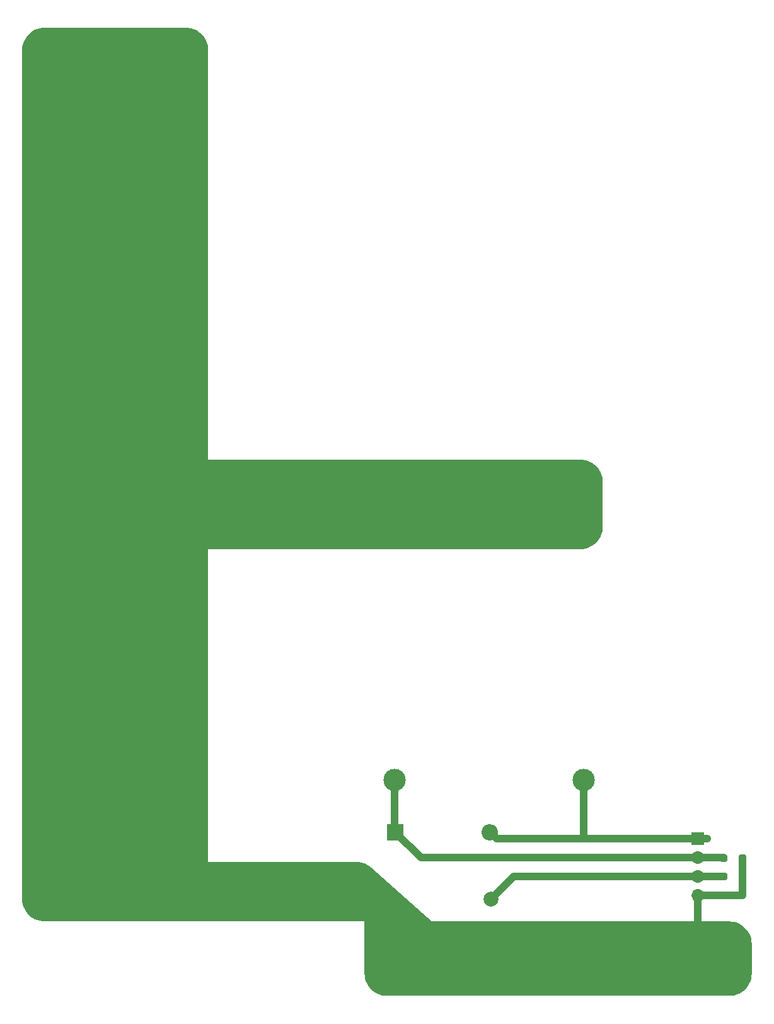
<source format=gbr>
%TF.GenerationSoftware,KiCad,Pcbnew,8.0.3*%
%TF.CreationDate,2025-04-28T21:08:14+02:00*%
%TF.ProjectId,shaper,73686170-6572-42e6-9b69-6361645f7063,1.0*%
%TF.SameCoordinates,Original*%
%TF.FileFunction,Copper,L2,Bot*%
%TF.FilePolarity,Positive*%
%FSLAX46Y46*%
G04 Gerber Fmt 4.6, Leading zero omitted, Abs format (unit mm)*
G04 Created by KiCad (PCBNEW 8.0.3) date 2025-04-28 21:08:14*
%MOMM*%
%LPD*%
G01*
G04 APERTURE LIST*
G04 Aperture macros list*
%AMRoundRect*
0 Rectangle with rounded corners*
0 $1 Rounding radius*
0 $2 $3 $4 $5 $6 $7 $8 $9 X,Y pos of 4 corners*
0 Add a 4 corners polygon primitive as box body*
4,1,4,$2,$3,$4,$5,$6,$7,$8,$9,$2,$3,0*
0 Add four circle primitives for the rounded corners*
1,1,$1+$1,$2,$3*
1,1,$1+$1,$4,$5*
1,1,$1+$1,$6,$7*
1,1,$1+$1,$8,$9*
0 Add four rect primitives between the rounded corners*
20,1,$1+$1,$2,$3,$4,$5,0*
20,1,$1+$1,$4,$5,$6,$7,0*
20,1,$1+$1,$6,$7,$8,$9,0*
20,1,$1+$1,$8,$9,$2,$3,0*%
G04 Aperture macros list end*
%TA.AperFunction,ComponentPad*%
%ADD10R,1.700000X1.700000*%
%TD*%
%TA.AperFunction,ComponentPad*%
%ADD11C,1.700000*%
%TD*%
%TA.AperFunction,ComponentPad*%
%ADD12C,3.000000*%
%TD*%
%TA.AperFunction,ComponentPad*%
%ADD13R,2.200000X2.200000*%
%TD*%
%TA.AperFunction,ComponentPad*%
%ADD14O,2.200000X2.200000*%
%TD*%
%TA.AperFunction,SMDPad,CuDef*%
%ADD15RoundRect,0.250000X0.250000X0.250000X-0.250000X0.250000X-0.250000X-0.250000X0.250000X-0.250000X0*%
%TD*%
%TA.AperFunction,ComponentPad*%
%ADD16O,1.700000X1.700000*%
%TD*%
%TA.AperFunction,ViaPad*%
%ADD17C,2.000000*%
%TD*%
%TA.AperFunction,Conductor*%
%ADD18C,1.000000*%
%TD*%
G04 APERTURE END LIST*
D10*
%TO.P,Box_connector,1*%
%TO.N,N/C*%
X97000000Y-161000000D03*
D11*
%TO.P,Box_connector,2*%
X97000000Y-158460000D03*
%TO.P,Box_connector,3*%
X99540000Y-161000000D03*
%TO.P,Box_connector,4*%
X99540000Y-158460000D03*
%TO.P,Box_connector,5*%
X102079999Y-161000000D03*
%TO.P,Box_connector,6*%
X102080000Y-158460000D03*
%TO.P,Box_connector,7*%
X104620000Y-161000000D03*
%TO.P,Box_connector,8*%
X104620000Y-158460000D03*
%TO.P,Box_connector,9*%
X107160000Y-161000000D03*
%TO.P,Box_connector,10*%
X107160000Y-158460000D03*
%TO.P,Box_connector,11*%
X109700000Y-161000000D03*
%TO.P,Box_connector,12*%
X109700000Y-158460000D03*
%TO.P,Box_connector,13*%
X112240000Y-161000000D03*
%TO.P,Box_connector,14*%
X112240000Y-158460000D03*
%TO.P,Box_connector,15*%
X114780001Y-161000000D03*
%TO.P,Box_connector,16*%
X114780000Y-158460000D03*
%TO.P,Box_connector,17*%
X117320000Y-161000000D03*
%TO.P,Box_connector,18*%
X117320000Y-158460000D03*
%TO.P,Box_connector,19*%
X119860000Y-161000000D03*
%TO.P,Box_connector,20*%
X119860000Y-158460000D03*
%TO.P,Box_connector,21*%
X122400000Y-161000000D03*
%TO.P,Box_connector,22*%
X122400000Y-158460000D03*
%TO.P,Box_connector,23*%
X124939999Y-161000000D03*
%TO.P,Box_connector,24*%
X124940000Y-158460000D03*
%TO.P,Box_connector,25*%
X127480000Y-161000000D03*
%TO.P,Box_connector,26*%
X127480000Y-158460000D03*
%TO.P,Box_connector,27*%
X130020000Y-161000000D03*
%TO.P,Box_connector,28*%
X130020000Y-158460000D03*
%TO.P,Box_connector,29*%
X132560000Y-161000000D03*
%TO.P,Box_connector,30*%
X132560000Y-158460000D03*
%TO.P,Box_connector,31*%
X135099999Y-161000000D03*
%TO.P,Box_connector,32*%
X135100000Y-158460000D03*
%TO.P,Box_connector,33*%
X137640001Y-161000000D03*
%TO.P,Box_connector,34*%
X137640000Y-158460000D03*
%TD*%
D12*
%TO.P,HV_Relay,1*%
%TO.N,N/C*%
X95000000Y-136000000D03*
%TO.P,HV_Relay,2*%
X120399999Y-135999997D03*
%TD*%
D13*
%TO.P,Diode,1*%
%TO.N,N/C*%
X95150000Y-143000000D03*
D14*
%TO.P,Diode,2*%
X107850000Y-143000000D03*
%TD*%
D15*
%TO.P,REF\u002A\u002A,1*%
%TO.N,N/C*%
X141750000Y-146500000D03*
%TO.P,REF\u002A\u002A,2*%
X139250000Y-146500000D03*
%TD*%
%TO.P,REF\u002A\u002A,1*%
%TO.N,N/C*%
X141750000Y-149000000D03*
%TO.P,REF\u002A\u002A,2*%
X139250000Y-149000000D03*
%TD*%
D10*
%TO.P,REF\u002A\u002A,1*%
%TO.N,N/C*%
X135750003Y-143920001D03*
D16*
%TO.P,REF\u002A\u002A,2*%
X135750003Y-146460001D03*
%TO.P,REF\u002A\u002A,3*%
X135750000Y-149000000D03*
%TO.P,REF\u002A\u002A,4*%
X135750003Y-151540001D03*
%TD*%
D17*
%TO.N,*%
X108000000Y-152000000D03*
%TD*%
D18*
%TO.N,*%
X135750003Y-151540001D02*
X141709999Y-151540001D01*
X135750003Y-151540001D02*
X135750003Y-155999997D01*
X120000000Y-143920001D02*
X137000003Y-143920001D01*
X120399999Y-135999997D02*
X120399999Y-143520002D01*
X141750000Y-146500000D02*
X141750000Y-151500000D01*
X141750000Y-151500000D02*
X141709999Y-151540001D01*
X95000000Y-142850000D02*
X95150000Y-143000000D01*
X111000000Y-149000000D02*
X137000000Y-149000000D01*
X108770001Y-143920001D02*
X107850000Y-143000000D01*
X120399999Y-143520002D02*
X120000000Y-143920001D01*
X111000000Y-149000000D02*
X108000000Y-152000000D01*
X135750003Y-146460001D02*
X139210001Y-146460001D01*
X95000000Y-136000000D02*
X95000000Y-142850000D01*
X98610001Y-146460001D02*
X137000003Y-146460001D01*
X98610001Y-146460001D02*
X95150000Y-143000000D01*
X135750000Y-149000000D02*
X139250000Y-149000000D01*
X120000000Y-143920001D02*
X108770001Y-143920001D01*
%TD*%
%TA.AperFunction,NonConductor*%
G36*
X67000320Y-35000017D02*
G01*
X67335239Y-35018826D01*
X67336539Y-35018972D01*
X67501728Y-35047039D01*
X67666915Y-35075106D01*
X67668194Y-35075398D01*
X67990212Y-35168170D01*
X67991450Y-35168604D01*
X68301038Y-35296839D01*
X68302221Y-35297408D01*
X68595524Y-35459511D01*
X68596634Y-35460209D01*
X68869931Y-35654124D01*
X68870957Y-35654942D01*
X69120829Y-35878242D01*
X69121757Y-35879170D01*
X69345057Y-36129042D01*
X69345875Y-36130068D01*
X69539790Y-36403365D01*
X69540488Y-36404475D01*
X69702591Y-36697778D01*
X69703160Y-36698961D01*
X69831395Y-37008549D01*
X69831829Y-37009787D01*
X69924601Y-37331805D01*
X69924893Y-37333084D01*
X69981026Y-37663458D01*
X69981173Y-37664762D01*
X69999982Y-37999679D01*
X70000000Y-38000335D01*
X70000000Y-93000000D01*
X119999665Y-93000000D01*
X120000320Y-93000017D01*
X120335239Y-93018826D01*
X120336539Y-93018972D01*
X120501728Y-93047039D01*
X120666915Y-93075106D01*
X120668194Y-93075398D01*
X120990212Y-93168170D01*
X120991450Y-93168604D01*
X121301038Y-93296839D01*
X121302221Y-93297408D01*
X121595524Y-93459511D01*
X121596634Y-93460209D01*
X121869931Y-93654124D01*
X121870957Y-93654942D01*
X122120829Y-93878242D01*
X122121757Y-93879170D01*
X122345057Y-94129042D01*
X122345875Y-94130068D01*
X122539790Y-94403365D01*
X122540488Y-94404475D01*
X122702591Y-94697778D01*
X122703160Y-94698961D01*
X122831395Y-95008549D01*
X122831829Y-95009787D01*
X122924601Y-95331805D01*
X122924893Y-95333084D01*
X122981026Y-95663458D01*
X122981173Y-95664762D01*
X122999982Y-95999679D01*
X123000000Y-96000335D01*
X123000000Y-101999664D01*
X122999982Y-102000320D01*
X122981173Y-102335237D01*
X122981026Y-102336541D01*
X122924893Y-102666915D01*
X122924601Y-102668194D01*
X122831829Y-102990212D01*
X122831395Y-102991450D01*
X122703160Y-103301038D01*
X122702591Y-103302221D01*
X122540488Y-103595524D01*
X122539790Y-103596634D01*
X122345875Y-103869931D01*
X122345057Y-103870957D01*
X122121757Y-104120829D01*
X122120829Y-104121757D01*
X121870957Y-104345057D01*
X121869931Y-104345875D01*
X121596634Y-104539790D01*
X121595524Y-104540488D01*
X121302221Y-104702591D01*
X121301038Y-104703160D01*
X120991450Y-104831395D01*
X120990212Y-104831829D01*
X120668194Y-104924601D01*
X120666915Y-104924893D01*
X120336541Y-104981026D01*
X120335237Y-104981173D01*
X120000321Y-104999982D01*
X119999665Y-105000000D01*
X70000000Y-105000000D01*
X70000000Y-147000000D01*
X89859040Y-147000000D01*
X89859748Y-147000021D01*
X90221143Y-147021931D01*
X90222532Y-147022102D01*
X90578266Y-147087444D01*
X90579621Y-147087778D01*
X90924874Y-147195625D01*
X90926183Y-147196123D01*
X91182962Y-147311989D01*
X91255866Y-147344886D01*
X91257119Y-147345546D01*
X91566399Y-147533037D01*
X91567564Y-147533843D01*
X91852215Y-147757553D01*
X91852758Y-147758007D01*
X98729277Y-153870469D01*
X100000000Y-155000000D01*
X139999665Y-155000000D01*
X140000320Y-155000017D01*
X140335239Y-155018826D01*
X140336539Y-155018972D01*
X140373396Y-155025235D01*
X140666915Y-155075106D01*
X140668194Y-155075398D01*
X140990212Y-155168170D01*
X140991450Y-155168604D01*
X141301038Y-155296839D01*
X141302221Y-155297408D01*
X141595524Y-155459511D01*
X141596634Y-155460209D01*
X141869931Y-155654124D01*
X141870957Y-155654942D01*
X142120829Y-155878242D01*
X142121757Y-155879170D01*
X142345057Y-156129042D01*
X142345875Y-156130068D01*
X142539790Y-156403365D01*
X142540488Y-156404475D01*
X142702591Y-156697778D01*
X142703160Y-156698961D01*
X142831395Y-157008549D01*
X142831829Y-157009787D01*
X142924601Y-157331805D01*
X142924893Y-157333084D01*
X142981026Y-157663458D01*
X142981173Y-157664762D01*
X142999982Y-157999679D01*
X143000000Y-158000335D01*
X143000000Y-161999664D01*
X142999982Y-162000320D01*
X142981173Y-162335237D01*
X142981026Y-162336541D01*
X142924893Y-162666915D01*
X142924601Y-162668194D01*
X142831829Y-162990212D01*
X142831395Y-162991450D01*
X142703160Y-163301038D01*
X142702591Y-163302221D01*
X142540488Y-163595524D01*
X142539790Y-163596634D01*
X142345875Y-163869931D01*
X142345057Y-163870957D01*
X142121757Y-164120829D01*
X142120829Y-164121757D01*
X141870957Y-164345057D01*
X141869931Y-164345875D01*
X141596634Y-164539790D01*
X141595524Y-164540488D01*
X141302221Y-164702591D01*
X141301038Y-164703160D01*
X140991450Y-164831395D01*
X140990212Y-164831829D01*
X140668194Y-164924601D01*
X140666915Y-164924893D01*
X140336541Y-164981026D01*
X140335237Y-164981173D01*
X140000321Y-164999982D01*
X139999665Y-165000000D01*
X94000335Y-165000000D01*
X93999679Y-164999982D01*
X93664762Y-164981173D01*
X93663458Y-164981026D01*
X93333084Y-164924893D01*
X93331805Y-164924601D01*
X93009787Y-164831829D01*
X93008549Y-164831395D01*
X92698961Y-164703160D01*
X92697778Y-164702591D01*
X92404475Y-164540488D01*
X92403365Y-164539790D01*
X92130068Y-164345875D01*
X92129042Y-164345057D01*
X91879170Y-164121757D01*
X91878242Y-164120829D01*
X91654942Y-163870957D01*
X91654124Y-163869931D01*
X91460209Y-163596634D01*
X91459511Y-163595524D01*
X91297408Y-163302221D01*
X91296839Y-163301038D01*
X91168604Y-162991450D01*
X91168170Y-162990212D01*
X91075398Y-162668194D01*
X91075106Y-162666915D01*
X91018973Y-162336541D01*
X91018826Y-162335237D01*
X91000018Y-162000320D01*
X91000000Y-161999664D01*
X91000000Y-160926082D01*
X96249500Y-160926082D01*
X96249500Y-161073917D01*
X96278342Y-161218913D01*
X96334915Y-161355493D01*
X96334919Y-161355501D01*
X96417048Y-161478415D01*
X96417051Y-161478419D01*
X96521580Y-161582948D01*
X96521584Y-161582951D01*
X96644498Y-161665080D01*
X96644502Y-161665082D01*
X96644505Y-161665084D01*
X96781087Y-161721658D01*
X96926082Y-161750500D01*
X96926083Y-161750500D01*
X97073917Y-161750500D01*
X97073918Y-161750500D01*
X97218913Y-161721658D01*
X97355495Y-161665084D01*
X97478416Y-161582951D01*
X97582951Y-161478416D01*
X97665084Y-161355495D01*
X97721658Y-161218913D01*
X97750500Y-161073918D01*
X97750500Y-160926082D01*
X98789500Y-160926082D01*
X98789500Y-161073917D01*
X98818342Y-161218913D01*
X98874915Y-161355493D01*
X98874919Y-161355501D01*
X98957048Y-161478415D01*
X98957051Y-161478419D01*
X99061580Y-161582948D01*
X99061584Y-161582951D01*
X99184498Y-161665080D01*
X99184502Y-161665082D01*
X99184505Y-161665084D01*
X99321087Y-161721658D01*
X99466082Y-161750500D01*
X99466083Y-161750500D01*
X99613917Y-161750500D01*
X99613918Y-161750500D01*
X99758913Y-161721658D01*
X99895495Y-161665084D01*
X100018416Y-161582951D01*
X100122951Y-161478416D01*
X100205084Y-161355495D01*
X100261658Y-161218913D01*
X100290500Y-161073918D01*
X100290500Y-160926082D01*
X101329499Y-160926082D01*
X101329499Y-161073917D01*
X101358341Y-161218913D01*
X101414914Y-161355493D01*
X101414918Y-161355501D01*
X101497047Y-161478415D01*
X101497050Y-161478419D01*
X101601579Y-161582948D01*
X101601583Y-161582951D01*
X101724497Y-161665080D01*
X101724501Y-161665082D01*
X101724504Y-161665084D01*
X101861086Y-161721658D01*
X102006081Y-161750500D01*
X102006082Y-161750500D01*
X102153916Y-161750500D01*
X102153917Y-161750500D01*
X102298912Y-161721658D01*
X102435494Y-161665084D01*
X102558415Y-161582951D01*
X102662950Y-161478416D01*
X102745083Y-161355495D01*
X102801657Y-161218913D01*
X102830499Y-161073918D01*
X102830499Y-160926082D01*
X103869500Y-160926082D01*
X103869500Y-161073917D01*
X103898342Y-161218913D01*
X103954915Y-161355493D01*
X103954919Y-161355501D01*
X104037048Y-161478415D01*
X104037051Y-161478419D01*
X104141580Y-161582948D01*
X104141584Y-161582951D01*
X104264498Y-161665080D01*
X104264502Y-161665082D01*
X104264505Y-161665084D01*
X104401087Y-161721658D01*
X104546082Y-161750500D01*
X104546083Y-161750500D01*
X104693917Y-161750500D01*
X104693918Y-161750500D01*
X104838913Y-161721658D01*
X104975495Y-161665084D01*
X105098416Y-161582951D01*
X105202951Y-161478416D01*
X105285084Y-161355495D01*
X105341658Y-161218913D01*
X105370500Y-161073918D01*
X105370500Y-160926082D01*
X106409500Y-160926082D01*
X106409500Y-161073917D01*
X106438342Y-161218913D01*
X106494915Y-161355493D01*
X106494919Y-161355501D01*
X106577048Y-161478415D01*
X106577051Y-161478419D01*
X106681580Y-161582948D01*
X106681584Y-161582951D01*
X106804498Y-161665080D01*
X106804502Y-161665082D01*
X106804505Y-161665084D01*
X106941087Y-161721658D01*
X107086082Y-161750500D01*
X107086083Y-161750500D01*
X107233917Y-161750500D01*
X107233918Y-161750500D01*
X107378913Y-161721658D01*
X107515495Y-161665084D01*
X107638416Y-161582951D01*
X107742951Y-161478416D01*
X107825084Y-161355495D01*
X107881658Y-161218913D01*
X107910500Y-161073918D01*
X107910500Y-160926082D01*
X108949500Y-160926082D01*
X108949500Y-161073917D01*
X108978342Y-161218913D01*
X109034915Y-161355493D01*
X109034919Y-161355501D01*
X109117048Y-161478415D01*
X109117051Y-161478419D01*
X109221580Y-161582948D01*
X109221584Y-161582951D01*
X109344498Y-161665080D01*
X109344502Y-161665082D01*
X109344505Y-161665084D01*
X109481087Y-161721658D01*
X109626082Y-161750500D01*
X109626083Y-161750500D01*
X109773917Y-161750500D01*
X109773918Y-161750500D01*
X109918913Y-161721658D01*
X110055495Y-161665084D01*
X110178416Y-161582951D01*
X110282951Y-161478416D01*
X110365084Y-161355495D01*
X110421658Y-161218913D01*
X110450500Y-161073918D01*
X110450500Y-160926082D01*
X111489500Y-160926082D01*
X111489500Y-161073917D01*
X111518342Y-161218913D01*
X111574915Y-161355493D01*
X111574919Y-161355501D01*
X111657048Y-161478415D01*
X111657051Y-161478419D01*
X111761580Y-161582948D01*
X111761584Y-161582951D01*
X111884498Y-161665080D01*
X111884502Y-161665082D01*
X111884505Y-161665084D01*
X112021087Y-161721658D01*
X112166082Y-161750500D01*
X112166083Y-161750500D01*
X112313917Y-161750500D01*
X112313918Y-161750500D01*
X112458913Y-161721658D01*
X112595495Y-161665084D01*
X112718416Y-161582951D01*
X112822951Y-161478416D01*
X112905084Y-161355495D01*
X112961658Y-161218913D01*
X112990500Y-161073918D01*
X112990500Y-160926082D01*
X114029501Y-160926082D01*
X114029501Y-161073917D01*
X114058343Y-161218913D01*
X114114916Y-161355493D01*
X114114920Y-161355501D01*
X114197049Y-161478415D01*
X114197052Y-161478419D01*
X114301581Y-161582948D01*
X114301585Y-161582951D01*
X114424499Y-161665080D01*
X114424503Y-161665082D01*
X114424506Y-161665084D01*
X114561088Y-161721658D01*
X114706083Y-161750500D01*
X114706084Y-161750500D01*
X114853918Y-161750500D01*
X114853919Y-161750500D01*
X114998914Y-161721658D01*
X115135496Y-161665084D01*
X115258417Y-161582951D01*
X115362952Y-161478416D01*
X115445085Y-161355495D01*
X115501659Y-161218913D01*
X115530501Y-161073918D01*
X115530501Y-160926082D01*
X116569500Y-160926082D01*
X116569500Y-161073917D01*
X116598342Y-161218913D01*
X116654915Y-161355493D01*
X116654919Y-161355501D01*
X116737048Y-161478415D01*
X116737051Y-161478419D01*
X116841580Y-161582948D01*
X116841584Y-161582951D01*
X116964498Y-161665080D01*
X116964502Y-161665082D01*
X116964505Y-161665084D01*
X117101087Y-161721658D01*
X117246082Y-161750500D01*
X117246083Y-161750500D01*
X117393917Y-161750500D01*
X117393918Y-161750500D01*
X117538913Y-161721658D01*
X117675495Y-161665084D01*
X117798416Y-161582951D01*
X117902951Y-161478416D01*
X117985084Y-161355495D01*
X118041658Y-161218913D01*
X118070500Y-161073918D01*
X118070500Y-160926082D01*
X119109500Y-160926082D01*
X119109500Y-161073917D01*
X119138342Y-161218913D01*
X119194915Y-161355493D01*
X119194919Y-161355501D01*
X119277048Y-161478415D01*
X119277051Y-161478419D01*
X119381580Y-161582948D01*
X119381584Y-161582951D01*
X119504498Y-161665080D01*
X119504502Y-161665082D01*
X119504505Y-161665084D01*
X119641087Y-161721658D01*
X119786082Y-161750500D01*
X119786083Y-161750500D01*
X119933917Y-161750500D01*
X119933918Y-161750500D01*
X120078913Y-161721658D01*
X120215495Y-161665084D01*
X120338416Y-161582951D01*
X120442951Y-161478416D01*
X120525084Y-161355495D01*
X120581658Y-161218913D01*
X120610500Y-161073918D01*
X120610500Y-160926082D01*
X121649500Y-160926082D01*
X121649500Y-161073917D01*
X121678342Y-161218913D01*
X121734915Y-161355493D01*
X121734919Y-161355501D01*
X121817048Y-161478415D01*
X121817051Y-161478419D01*
X121921580Y-161582948D01*
X121921584Y-161582951D01*
X122044498Y-161665080D01*
X122044502Y-161665082D01*
X122044505Y-161665084D01*
X122181087Y-161721658D01*
X122326082Y-161750500D01*
X122326083Y-161750500D01*
X122473917Y-161750500D01*
X122473918Y-161750500D01*
X122618913Y-161721658D01*
X122755495Y-161665084D01*
X122878416Y-161582951D01*
X122982951Y-161478416D01*
X123065084Y-161355495D01*
X123121658Y-161218913D01*
X123150500Y-161073918D01*
X123150500Y-160926082D01*
X124189499Y-160926082D01*
X124189499Y-161073917D01*
X124218341Y-161218913D01*
X124274914Y-161355493D01*
X124274918Y-161355501D01*
X124357047Y-161478415D01*
X124357050Y-161478419D01*
X124461579Y-161582948D01*
X124461583Y-161582951D01*
X124584497Y-161665080D01*
X124584501Y-161665082D01*
X124584504Y-161665084D01*
X124721086Y-161721658D01*
X124866081Y-161750500D01*
X124866082Y-161750500D01*
X125013916Y-161750500D01*
X125013917Y-161750500D01*
X125158912Y-161721658D01*
X125295494Y-161665084D01*
X125418415Y-161582951D01*
X125522950Y-161478416D01*
X125605083Y-161355495D01*
X125661657Y-161218913D01*
X125690499Y-161073918D01*
X125690499Y-160926082D01*
X126729500Y-160926082D01*
X126729500Y-161073917D01*
X126758342Y-161218913D01*
X126814915Y-161355493D01*
X126814919Y-161355501D01*
X126897048Y-161478415D01*
X126897051Y-161478419D01*
X127001580Y-161582948D01*
X127001584Y-161582951D01*
X127124498Y-161665080D01*
X127124502Y-161665082D01*
X127124505Y-161665084D01*
X127261087Y-161721658D01*
X127406082Y-161750500D01*
X127406083Y-161750500D01*
X127553917Y-161750500D01*
X127553918Y-161750500D01*
X127698913Y-161721658D01*
X127835495Y-161665084D01*
X127958416Y-161582951D01*
X128062951Y-161478416D01*
X128145084Y-161355495D01*
X128201658Y-161218913D01*
X128230500Y-161073918D01*
X128230500Y-160926082D01*
X129269500Y-160926082D01*
X129269500Y-161073917D01*
X129298342Y-161218913D01*
X129354915Y-161355493D01*
X129354919Y-161355501D01*
X129437048Y-161478415D01*
X129437051Y-161478419D01*
X129541580Y-161582948D01*
X129541584Y-161582951D01*
X129664498Y-161665080D01*
X129664502Y-161665082D01*
X129664505Y-161665084D01*
X129801087Y-161721658D01*
X129946082Y-161750500D01*
X129946083Y-161750500D01*
X130093917Y-161750500D01*
X130093918Y-161750500D01*
X130238913Y-161721658D01*
X130375495Y-161665084D01*
X130498416Y-161582951D01*
X130602951Y-161478416D01*
X130685084Y-161355495D01*
X130741658Y-161218913D01*
X130770500Y-161073918D01*
X130770500Y-160926082D01*
X131809500Y-160926082D01*
X131809500Y-161073917D01*
X131838342Y-161218913D01*
X131894915Y-161355493D01*
X131894919Y-161355501D01*
X131977048Y-161478415D01*
X131977051Y-161478419D01*
X132081580Y-161582948D01*
X132081584Y-161582951D01*
X132204498Y-161665080D01*
X132204502Y-161665082D01*
X132204505Y-161665084D01*
X132341087Y-161721658D01*
X132486082Y-161750500D01*
X132486083Y-161750500D01*
X132633917Y-161750500D01*
X132633918Y-161750500D01*
X132778913Y-161721658D01*
X132915495Y-161665084D01*
X133038416Y-161582951D01*
X133142951Y-161478416D01*
X133225084Y-161355495D01*
X133281658Y-161218913D01*
X133310500Y-161073918D01*
X133310500Y-160926082D01*
X134349499Y-160926082D01*
X134349499Y-161073917D01*
X134378341Y-161218913D01*
X134434914Y-161355493D01*
X134434918Y-161355501D01*
X134517047Y-161478415D01*
X134517050Y-161478419D01*
X134621579Y-161582948D01*
X134621583Y-161582951D01*
X134744497Y-161665080D01*
X134744501Y-161665082D01*
X134744504Y-161665084D01*
X134881086Y-161721658D01*
X135026081Y-161750500D01*
X135026082Y-161750500D01*
X135173916Y-161750500D01*
X135173917Y-161750500D01*
X135318912Y-161721658D01*
X135455494Y-161665084D01*
X135578415Y-161582951D01*
X135682950Y-161478416D01*
X135765083Y-161355495D01*
X135821657Y-161218913D01*
X135850499Y-161073918D01*
X135850499Y-160926082D01*
X136889501Y-160926082D01*
X136889501Y-161073917D01*
X136918343Y-161218913D01*
X136974916Y-161355493D01*
X136974920Y-161355501D01*
X137057049Y-161478415D01*
X137057052Y-161478419D01*
X137161581Y-161582948D01*
X137161585Y-161582951D01*
X137284499Y-161665080D01*
X137284503Y-161665082D01*
X137284506Y-161665084D01*
X137421088Y-161721658D01*
X137566083Y-161750500D01*
X137566084Y-161750500D01*
X137713918Y-161750500D01*
X137713919Y-161750500D01*
X137858914Y-161721658D01*
X137995496Y-161665084D01*
X138118417Y-161582951D01*
X138222952Y-161478416D01*
X138305085Y-161355495D01*
X138361659Y-161218913D01*
X138390501Y-161073918D01*
X138390501Y-160926082D01*
X138361659Y-160781087D01*
X138305085Y-160644505D01*
X138305083Y-160644502D01*
X138305081Y-160644498D01*
X138222952Y-160521584D01*
X138222949Y-160521580D01*
X138118420Y-160417051D01*
X138118416Y-160417048D01*
X137995502Y-160334919D01*
X137995494Y-160334915D01*
X137858914Y-160278342D01*
X137713919Y-160249500D01*
X137566083Y-160249500D01*
X137493585Y-160263921D01*
X137421087Y-160278342D01*
X137284507Y-160334915D01*
X137284499Y-160334919D01*
X137161585Y-160417048D01*
X137161581Y-160417051D01*
X137057052Y-160521580D01*
X137057049Y-160521584D01*
X136974920Y-160644498D01*
X136974916Y-160644506D01*
X136918343Y-160781086D01*
X136889501Y-160926082D01*
X135850499Y-160926082D01*
X135821657Y-160781087D01*
X135765083Y-160644505D01*
X135765081Y-160644502D01*
X135765079Y-160644498D01*
X135682950Y-160521584D01*
X135682947Y-160521580D01*
X135578418Y-160417051D01*
X135578414Y-160417048D01*
X135455500Y-160334919D01*
X135455492Y-160334915D01*
X135318912Y-160278342D01*
X135173917Y-160249500D01*
X135026081Y-160249500D01*
X134953583Y-160263921D01*
X134881085Y-160278342D01*
X134744505Y-160334915D01*
X134744497Y-160334919D01*
X134621583Y-160417048D01*
X134621579Y-160417051D01*
X134517050Y-160521580D01*
X134517047Y-160521584D01*
X134434918Y-160644498D01*
X134434914Y-160644506D01*
X134378341Y-160781086D01*
X134349499Y-160926082D01*
X133310500Y-160926082D01*
X133281658Y-160781087D01*
X133225084Y-160644505D01*
X133225082Y-160644502D01*
X133225080Y-160644498D01*
X133142951Y-160521584D01*
X133142948Y-160521580D01*
X133038419Y-160417051D01*
X133038415Y-160417048D01*
X132915501Y-160334919D01*
X132915493Y-160334915D01*
X132778913Y-160278342D01*
X132633918Y-160249500D01*
X132486082Y-160249500D01*
X132413584Y-160263921D01*
X132341086Y-160278342D01*
X132204506Y-160334915D01*
X132204498Y-160334919D01*
X132081584Y-160417048D01*
X132081580Y-160417051D01*
X131977051Y-160521580D01*
X131977048Y-160521584D01*
X131894919Y-160644498D01*
X131894915Y-160644506D01*
X131838342Y-160781086D01*
X131809500Y-160926082D01*
X130770500Y-160926082D01*
X130741658Y-160781087D01*
X130685084Y-160644505D01*
X130685082Y-160644502D01*
X130685080Y-160644498D01*
X130602951Y-160521584D01*
X130602948Y-160521580D01*
X130498419Y-160417051D01*
X130498415Y-160417048D01*
X130375501Y-160334919D01*
X130375493Y-160334915D01*
X130238913Y-160278342D01*
X130093918Y-160249500D01*
X129946082Y-160249500D01*
X129873584Y-160263921D01*
X129801086Y-160278342D01*
X129664506Y-160334915D01*
X129664498Y-160334919D01*
X129541584Y-160417048D01*
X129541580Y-160417051D01*
X129437051Y-160521580D01*
X129437048Y-160521584D01*
X129354919Y-160644498D01*
X129354915Y-160644506D01*
X129298342Y-160781086D01*
X129269500Y-160926082D01*
X128230500Y-160926082D01*
X128201658Y-160781087D01*
X128145084Y-160644505D01*
X128145082Y-160644502D01*
X128145080Y-160644498D01*
X128062951Y-160521584D01*
X128062948Y-160521580D01*
X127958419Y-160417051D01*
X127958415Y-160417048D01*
X127835501Y-160334919D01*
X127835493Y-160334915D01*
X127698913Y-160278342D01*
X127553918Y-160249500D01*
X127406082Y-160249500D01*
X127333584Y-160263921D01*
X127261086Y-160278342D01*
X127124506Y-160334915D01*
X127124498Y-160334919D01*
X127001584Y-160417048D01*
X127001580Y-160417051D01*
X126897051Y-160521580D01*
X126897048Y-160521584D01*
X126814919Y-160644498D01*
X126814915Y-160644506D01*
X126758342Y-160781086D01*
X126729500Y-160926082D01*
X125690499Y-160926082D01*
X125661657Y-160781087D01*
X125605083Y-160644505D01*
X125605081Y-160644502D01*
X125605079Y-160644498D01*
X125522950Y-160521584D01*
X125522947Y-160521580D01*
X125418418Y-160417051D01*
X125418414Y-160417048D01*
X125295500Y-160334919D01*
X125295492Y-160334915D01*
X125158912Y-160278342D01*
X125013917Y-160249500D01*
X124866081Y-160249500D01*
X124793583Y-160263921D01*
X124721085Y-160278342D01*
X124584505Y-160334915D01*
X124584497Y-160334919D01*
X124461583Y-160417048D01*
X124461579Y-160417051D01*
X124357050Y-160521580D01*
X124357047Y-160521584D01*
X124274918Y-160644498D01*
X124274914Y-160644506D01*
X124218341Y-160781086D01*
X124189499Y-160926082D01*
X123150500Y-160926082D01*
X123121658Y-160781087D01*
X123065084Y-160644505D01*
X123065082Y-160644502D01*
X123065080Y-160644498D01*
X122982951Y-160521584D01*
X122982948Y-160521580D01*
X122878419Y-160417051D01*
X122878415Y-160417048D01*
X122755501Y-160334919D01*
X122755493Y-160334915D01*
X122618913Y-160278342D01*
X122473918Y-160249500D01*
X122326082Y-160249500D01*
X122253584Y-160263921D01*
X122181086Y-160278342D01*
X122044506Y-160334915D01*
X122044498Y-160334919D01*
X121921584Y-160417048D01*
X121921580Y-160417051D01*
X121817051Y-160521580D01*
X121817048Y-160521584D01*
X121734919Y-160644498D01*
X121734915Y-160644506D01*
X121678342Y-160781086D01*
X121649500Y-160926082D01*
X120610500Y-160926082D01*
X120581658Y-160781087D01*
X120525084Y-160644505D01*
X120525082Y-160644502D01*
X120525080Y-160644498D01*
X120442951Y-160521584D01*
X120442948Y-160521580D01*
X120338419Y-160417051D01*
X120338415Y-160417048D01*
X120215501Y-160334919D01*
X120215493Y-160334915D01*
X120078913Y-160278342D01*
X119933918Y-160249500D01*
X119786082Y-160249500D01*
X119713584Y-160263921D01*
X119641086Y-160278342D01*
X119504506Y-160334915D01*
X119504498Y-160334919D01*
X119381584Y-160417048D01*
X119381580Y-160417051D01*
X119277051Y-160521580D01*
X119277048Y-160521584D01*
X119194919Y-160644498D01*
X119194915Y-160644506D01*
X119138342Y-160781086D01*
X119109500Y-160926082D01*
X118070500Y-160926082D01*
X118041658Y-160781087D01*
X117985084Y-160644505D01*
X117985082Y-160644502D01*
X117985080Y-160644498D01*
X117902951Y-160521584D01*
X117902948Y-160521580D01*
X117798419Y-160417051D01*
X117798415Y-160417048D01*
X117675501Y-160334919D01*
X117675493Y-160334915D01*
X117538913Y-160278342D01*
X117393918Y-160249500D01*
X117246082Y-160249500D01*
X117173584Y-160263921D01*
X117101086Y-160278342D01*
X116964506Y-160334915D01*
X116964498Y-160334919D01*
X116841584Y-160417048D01*
X116841580Y-160417051D01*
X116737051Y-160521580D01*
X116737048Y-160521584D01*
X116654919Y-160644498D01*
X116654915Y-160644506D01*
X116598342Y-160781086D01*
X116569500Y-160926082D01*
X115530501Y-160926082D01*
X115501659Y-160781087D01*
X115445085Y-160644505D01*
X115445083Y-160644502D01*
X115445081Y-160644498D01*
X115362952Y-160521584D01*
X115362949Y-160521580D01*
X115258420Y-160417051D01*
X115258416Y-160417048D01*
X115135502Y-160334919D01*
X115135494Y-160334915D01*
X114998914Y-160278342D01*
X114853919Y-160249500D01*
X114706083Y-160249500D01*
X114633585Y-160263921D01*
X114561087Y-160278342D01*
X114424507Y-160334915D01*
X114424499Y-160334919D01*
X114301585Y-160417048D01*
X114301581Y-160417051D01*
X114197052Y-160521580D01*
X114197049Y-160521584D01*
X114114920Y-160644498D01*
X114114916Y-160644506D01*
X114058343Y-160781086D01*
X114029501Y-160926082D01*
X112990500Y-160926082D01*
X112961658Y-160781087D01*
X112905084Y-160644505D01*
X112905082Y-160644502D01*
X112905080Y-160644498D01*
X112822951Y-160521584D01*
X112822948Y-160521580D01*
X112718419Y-160417051D01*
X112718415Y-160417048D01*
X112595501Y-160334919D01*
X112595493Y-160334915D01*
X112458913Y-160278342D01*
X112313918Y-160249500D01*
X112166082Y-160249500D01*
X112093584Y-160263921D01*
X112021086Y-160278342D01*
X111884506Y-160334915D01*
X111884498Y-160334919D01*
X111761584Y-160417048D01*
X111761580Y-160417051D01*
X111657051Y-160521580D01*
X111657048Y-160521584D01*
X111574919Y-160644498D01*
X111574915Y-160644506D01*
X111518342Y-160781086D01*
X111489500Y-160926082D01*
X110450500Y-160926082D01*
X110421658Y-160781087D01*
X110365084Y-160644505D01*
X110365082Y-160644502D01*
X110365080Y-160644498D01*
X110282951Y-160521584D01*
X110282948Y-160521580D01*
X110178419Y-160417051D01*
X110178415Y-160417048D01*
X110055501Y-160334919D01*
X110055493Y-160334915D01*
X109918913Y-160278342D01*
X109773918Y-160249500D01*
X109626082Y-160249500D01*
X109553584Y-160263921D01*
X109481086Y-160278342D01*
X109344506Y-160334915D01*
X109344498Y-160334919D01*
X109221584Y-160417048D01*
X109221580Y-160417051D01*
X109117051Y-160521580D01*
X109117048Y-160521584D01*
X109034919Y-160644498D01*
X109034915Y-160644506D01*
X108978342Y-160781086D01*
X108949500Y-160926082D01*
X107910500Y-160926082D01*
X107881658Y-160781087D01*
X107825084Y-160644505D01*
X107825082Y-160644502D01*
X107825080Y-160644498D01*
X107742951Y-160521584D01*
X107742948Y-160521580D01*
X107638419Y-160417051D01*
X107638415Y-160417048D01*
X107515501Y-160334919D01*
X107515493Y-160334915D01*
X107378913Y-160278342D01*
X107233918Y-160249500D01*
X107086082Y-160249500D01*
X107013584Y-160263921D01*
X106941086Y-160278342D01*
X106804506Y-160334915D01*
X106804498Y-160334919D01*
X106681584Y-160417048D01*
X106681580Y-160417051D01*
X106577051Y-160521580D01*
X106577048Y-160521584D01*
X106494919Y-160644498D01*
X106494915Y-160644506D01*
X106438342Y-160781086D01*
X106409500Y-160926082D01*
X105370500Y-160926082D01*
X105341658Y-160781087D01*
X105285084Y-160644505D01*
X105285082Y-160644502D01*
X105285080Y-160644498D01*
X105202951Y-160521584D01*
X105202948Y-160521580D01*
X105098419Y-160417051D01*
X105098415Y-160417048D01*
X104975501Y-160334919D01*
X104975493Y-160334915D01*
X104838913Y-160278342D01*
X104693918Y-160249500D01*
X104546082Y-160249500D01*
X104473584Y-160263921D01*
X104401086Y-160278342D01*
X104264506Y-160334915D01*
X104264498Y-160334919D01*
X104141584Y-160417048D01*
X104141580Y-160417051D01*
X104037051Y-160521580D01*
X104037048Y-160521584D01*
X103954919Y-160644498D01*
X103954915Y-160644506D01*
X103898342Y-160781086D01*
X103869500Y-160926082D01*
X102830499Y-160926082D01*
X102801657Y-160781087D01*
X102745083Y-160644505D01*
X102745081Y-160644502D01*
X102745079Y-160644498D01*
X102662950Y-160521584D01*
X102662947Y-160521580D01*
X102558418Y-160417051D01*
X102558414Y-160417048D01*
X102435500Y-160334919D01*
X102435492Y-160334915D01*
X102298912Y-160278342D01*
X102153917Y-160249500D01*
X102006081Y-160249500D01*
X101933583Y-160263921D01*
X101861085Y-160278342D01*
X101724505Y-160334915D01*
X101724497Y-160334919D01*
X101601583Y-160417048D01*
X101601579Y-160417051D01*
X101497050Y-160521580D01*
X101497047Y-160521584D01*
X101414918Y-160644498D01*
X101414914Y-160644506D01*
X101358341Y-160781086D01*
X101329499Y-160926082D01*
X100290500Y-160926082D01*
X100261658Y-160781087D01*
X100205084Y-160644505D01*
X100205082Y-160644502D01*
X100205080Y-160644498D01*
X100122951Y-160521584D01*
X100122948Y-160521580D01*
X100018419Y-160417051D01*
X100018415Y-160417048D01*
X99895501Y-160334919D01*
X99895493Y-160334915D01*
X99758913Y-160278342D01*
X99613918Y-160249500D01*
X99466082Y-160249500D01*
X99393584Y-160263921D01*
X99321086Y-160278342D01*
X99184506Y-160334915D01*
X99184498Y-160334919D01*
X99061584Y-160417048D01*
X99061580Y-160417051D01*
X98957051Y-160521580D01*
X98957048Y-160521584D01*
X98874919Y-160644498D01*
X98874915Y-160644506D01*
X98818342Y-160781086D01*
X98789500Y-160926082D01*
X97750500Y-160926082D01*
X97721658Y-160781087D01*
X97665084Y-160644505D01*
X97665082Y-160644502D01*
X97665080Y-160644498D01*
X97582951Y-160521584D01*
X97582948Y-160521580D01*
X97478419Y-160417051D01*
X97478415Y-160417048D01*
X97355501Y-160334919D01*
X97355493Y-160334915D01*
X97218913Y-160278342D01*
X97073918Y-160249500D01*
X96926082Y-160249500D01*
X96853584Y-160263921D01*
X96781086Y-160278342D01*
X96644506Y-160334915D01*
X96644498Y-160334919D01*
X96521584Y-160417048D01*
X96521580Y-160417051D01*
X96417051Y-160521580D01*
X96417048Y-160521584D01*
X96334919Y-160644498D01*
X96334915Y-160644506D01*
X96278342Y-160781086D01*
X96249500Y-160926082D01*
X91000000Y-160926082D01*
X91000000Y-158386082D01*
X96249500Y-158386082D01*
X96249500Y-158533917D01*
X96278342Y-158678913D01*
X96334915Y-158815493D01*
X96334919Y-158815501D01*
X96417048Y-158938415D01*
X96417051Y-158938419D01*
X96521580Y-159042948D01*
X96521584Y-159042951D01*
X96644498Y-159125080D01*
X96644502Y-159125082D01*
X96644505Y-159125084D01*
X96781087Y-159181658D01*
X96926082Y-159210500D01*
X96926083Y-159210500D01*
X97073917Y-159210500D01*
X97073918Y-159210500D01*
X97218913Y-159181658D01*
X97355495Y-159125084D01*
X97478416Y-159042951D01*
X97582951Y-158938416D01*
X97665084Y-158815495D01*
X97721658Y-158678913D01*
X97750500Y-158533918D01*
X97750500Y-158386082D01*
X98789500Y-158386082D01*
X98789500Y-158533917D01*
X98818342Y-158678913D01*
X98874915Y-158815493D01*
X98874919Y-158815501D01*
X98957048Y-158938415D01*
X98957051Y-158938419D01*
X99061580Y-159042948D01*
X99061584Y-159042951D01*
X99184498Y-159125080D01*
X99184502Y-159125082D01*
X99184505Y-159125084D01*
X99321087Y-159181658D01*
X99466082Y-159210500D01*
X99466083Y-159210500D01*
X99613917Y-159210500D01*
X99613918Y-159210500D01*
X99758913Y-159181658D01*
X99895495Y-159125084D01*
X100018416Y-159042951D01*
X100122951Y-158938416D01*
X100205084Y-158815495D01*
X100261658Y-158678913D01*
X100290500Y-158533918D01*
X100290500Y-158386082D01*
X101329500Y-158386082D01*
X101329500Y-158533917D01*
X101358342Y-158678913D01*
X101414915Y-158815493D01*
X101414919Y-158815501D01*
X101497048Y-158938415D01*
X101497051Y-158938419D01*
X101601580Y-159042948D01*
X101601584Y-159042951D01*
X101724498Y-159125080D01*
X101724502Y-159125082D01*
X101724505Y-159125084D01*
X101861087Y-159181658D01*
X102006082Y-159210500D01*
X102006083Y-159210500D01*
X102153917Y-159210500D01*
X102153918Y-159210500D01*
X102298913Y-159181658D01*
X102435495Y-159125084D01*
X102558416Y-159042951D01*
X102662951Y-158938416D01*
X102745084Y-158815495D01*
X102801658Y-158678913D01*
X102830500Y-158533918D01*
X102830500Y-158386082D01*
X103869500Y-158386082D01*
X103869500Y-158533917D01*
X103898342Y-158678913D01*
X103954915Y-158815493D01*
X103954919Y-158815501D01*
X104037048Y-158938415D01*
X104037051Y-158938419D01*
X104141580Y-159042948D01*
X104141584Y-159042951D01*
X104264498Y-159125080D01*
X104264502Y-159125082D01*
X104264505Y-159125084D01*
X104401087Y-159181658D01*
X104546082Y-159210500D01*
X104546083Y-159210500D01*
X104693917Y-159210500D01*
X104693918Y-159210500D01*
X104838913Y-159181658D01*
X104975495Y-159125084D01*
X105098416Y-159042951D01*
X105202951Y-158938416D01*
X105285084Y-158815495D01*
X105341658Y-158678913D01*
X105370500Y-158533918D01*
X105370500Y-158386082D01*
X106409500Y-158386082D01*
X106409500Y-158533917D01*
X106438342Y-158678913D01*
X106494915Y-158815493D01*
X106494919Y-158815501D01*
X106577048Y-158938415D01*
X106577051Y-158938419D01*
X106681580Y-159042948D01*
X106681584Y-159042951D01*
X106804498Y-159125080D01*
X106804502Y-159125082D01*
X106804505Y-159125084D01*
X106941087Y-159181658D01*
X107086082Y-159210500D01*
X107086083Y-159210500D01*
X107233917Y-159210500D01*
X107233918Y-159210500D01*
X107378913Y-159181658D01*
X107515495Y-159125084D01*
X107638416Y-159042951D01*
X107742951Y-158938416D01*
X107825084Y-158815495D01*
X107881658Y-158678913D01*
X107910500Y-158533918D01*
X107910500Y-158386082D01*
X108949500Y-158386082D01*
X108949500Y-158533917D01*
X108978342Y-158678913D01*
X109034915Y-158815493D01*
X109034919Y-158815501D01*
X109117048Y-158938415D01*
X109117051Y-158938419D01*
X109221580Y-159042948D01*
X109221584Y-159042951D01*
X109344498Y-159125080D01*
X109344502Y-159125082D01*
X109344505Y-159125084D01*
X109481087Y-159181658D01*
X109626082Y-159210500D01*
X109626083Y-159210500D01*
X109773917Y-159210500D01*
X109773918Y-159210500D01*
X109918913Y-159181658D01*
X110055495Y-159125084D01*
X110178416Y-159042951D01*
X110282951Y-158938416D01*
X110365084Y-158815495D01*
X110421658Y-158678913D01*
X110450500Y-158533918D01*
X110450500Y-158386082D01*
X111489500Y-158386082D01*
X111489500Y-158533917D01*
X111518342Y-158678913D01*
X111574915Y-158815493D01*
X111574919Y-158815501D01*
X111657048Y-158938415D01*
X111657051Y-158938419D01*
X111761580Y-159042948D01*
X111761584Y-159042951D01*
X111884498Y-159125080D01*
X111884502Y-159125082D01*
X111884505Y-159125084D01*
X112021087Y-159181658D01*
X112166082Y-159210500D01*
X112166083Y-159210500D01*
X112313917Y-159210500D01*
X112313918Y-159210500D01*
X112458913Y-159181658D01*
X112595495Y-159125084D01*
X112718416Y-159042951D01*
X112822951Y-158938416D01*
X112905084Y-158815495D01*
X112961658Y-158678913D01*
X112990500Y-158533918D01*
X112990500Y-158386082D01*
X114029500Y-158386082D01*
X114029500Y-158533917D01*
X114058342Y-158678913D01*
X114114915Y-158815493D01*
X114114919Y-158815501D01*
X114197048Y-158938415D01*
X114197051Y-158938419D01*
X114301580Y-159042948D01*
X114301584Y-159042951D01*
X114424498Y-159125080D01*
X114424502Y-159125082D01*
X114424505Y-159125084D01*
X114561087Y-159181658D01*
X114706082Y-159210500D01*
X114706083Y-159210500D01*
X114853917Y-159210500D01*
X114853918Y-159210500D01*
X114998913Y-159181658D01*
X115135495Y-159125084D01*
X115258416Y-159042951D01*
X115362951Y-158938416D01*
X115445084Y-158815495D01*
X115501658Y-158678913D01*
X115530500Y-158533918D01*
X115530500Y-158386082D01*
X116569500Y-158386082D01*
X116569500Y-158533917D01*
X116598342Y-158678913D01*
X116654915Y-158815493D01*
X116654919Y-158815501D01*
X116737048Y-158938415D01*
X116737051Y-158938419D01*
X116841580Y-159042948D01*
X116841584Y-159042951D01*
X116964498Y-159125080D01*
X116964502Y-159125082D01*
X116964505Y-159125084D01*
X117101087Y-159181658D01*
X117246082Y-159210500D01*
X117246083Y-159210500D01*
X117393917Y-159210500D01*
X117393918Y-159210500D01*
X117538913Y-159181658D01*
X117675495Y-159125084D01*
X117798416Y-159042951D01*
X117902951Y-158938416D01*
X117985084Y-158815495D01*
X118041658Y-158678913D01*
X118070500Y-158533918D01*
X118070500Y-158386082D01*
X119109500Y-158386082D01*
X119109500Y-158533917D01*
X119138342Y-158678913D01*
X119194915Y-158815493D01*
X119194919Y-158815501D01*
X119277048Y-158938415D01*
X119277051Y-158938419D01*
X119381580Y-159042948D01*
X119381584Y-159042951D01*
X119504498Y-159125080D01*
X119504502Y-159125082D01*
X119504505Y-159125084D01*
X119641087Y-159181658D01*
X119786082Y-159210500D01*
X119786083Y-159210500D01*
X119933917Y-159210500D01*
X119933918Y-159210500D01*
X120078913Y-159181658D01*
X120215495Y-159125084D01*
X120338416Y-159042951D01*
X120442951Y-158938416D01*
X120525084Y-158815495D01*
X120581658Y-158678913D01*
X120610500Y-158533918D01*
X120610500Y-158386082D01*
X121649500Y-158386082D01*
X121649500Y-158533917D01*
X121678342Y-158678913D01*
X121734915Y-158815493D01*
X121734919Y-158815501D01*
X121817048Y-158938415D01*
X121817051Y-158938419D01*
X121921580Y-159042948D01*
X121921584Y-159042951D01*
X122044498Y-159125080D01*
X122044502Y-159125082D01*
X122044505Y-159125084D01*
X122181087Y-159181658D01*
X122326082Y-159210500D01*
X122326083Y-159210500D01*
X122473917Y-159210500D01*
X122473918Y-159210500D01*
X122618913Y-159181658D01*
X122755495Y-159125084D01*
X122878416Y-159042951D01*
X122982951Y-158938416D01*
X123065084Y-158815495D01*
X123121658Y-158678913D01*
X123150500Y-158533918D01*
X123150500Y-158386082D01*
X124189500Y-158386082D01*
X124189500Y-158533917D01*
X124218342Y-158678913D01*
X124274915Y-158815493D01*
X124274919Y-158815501D01*
X124357048Y-158938415D01*
X124357051Y-158938419D01*
X124461580Y-159042948D01*
X124461584Y-159042951D01*
X124584498Y-159125080D01*
X124584502Y-159125082D01*
X124584505Y-159125084D01*
X124721087Y-159181658D01*
X124866082Y-159210500D01*
X124866083Y-159210500D01*
X125013917Y-159210500D01*
X125013918Y-159210500D01*
X125158913Y-159181658D01*
X125295495Y-159125084D01*
X125418416Y-159042951D01*
X125522951Y-158938416D01*
X125605084Y-158815495D01*
X125661658Y-158678913D01*
X125690500Y-158533918D01*
X125690500Y-158386082D01*
X126729500Y-158386082D01*
X126729500Y-158533917D01*
X126758342Y-158678913D01*
X126814915Y-158815493D01*
X126814919Y-158815501D01*
X126897048Y-158938415D01*
X126897051Y-158938419D01*
X127001580Y-159042948D01*
X127001584Y-159042951D01*
X127124498Y-159125080D01*
X127124502Y-159125082D01*
X127124505Y-159125084D01*
X127261087Y-159181658D01*
X127406082Y-159210500D01*
X127406083Y-159210500D01*
X127553917Y-159210500D01*
X127553918Y-159210500D01*
X127698913Y-159181658D01*
X127835495Y-159125084D01*
X127958416Y-159042951D01*
X128062951Y-158938416D01*
X128145084Y-158815495D01*
X128201658Y-158678913D01*
X128230500Y-158533918D01*
X128230500Y-158386082D01*
X129269500Y-158386082D01*
X129269500Y-158533917D01*
X129298342Y-158678913D01*
X129354915Y-158815493D01*
X129354919Y-158815501D01*
X129437048Y-158938415D01*
X129437051Y-158938419D01*
X129541580Y-159042948D01*
X129541584Y-159042951D01*
X129664498Y-159125080D01*
X129664502Y-159125082D01*
X129664505Y-159125084D01*
X129801087Y-159181658D01*
X129946082Y-159210500D01*
X129946083Y-159210500D01*
X130093917Y-159210500D01*
X130093918Y-159210500D01*
X130238913Y-159181658D01*
X130375495Y-159125084D01*
X130498416Y-159042951D01*
X130602951Y-158938416D01*
X130685084Y-158815495D01*
X130741658Y-158678913D01*
X130770500Y-158533918D01*
X130770500Y-158386082D01*
X131809500Y-158386082D01*
X131809500Y-158533917D01*
X131838342Y-158678913D01*
X131894915Y-158815493D01*
X131894919Y-158815501D01*
X131977048Y-158938415D01*
X131977051Y-158938419D01*
X132081580Y-159042948D01*
X132081584Y-159042951D01*
X132204498Y-159125080D01*
X132204502Y-159125082D01*
X132204505Y-159125084D01*
X132341087Y-159181658D01*
X132486082Y-159210500D01*
X132486083Y-159210500D01*
X132633917Y-159210500D01*
X132633918Y-159210500D01*
X132778913Y-159181658D01*
X132915495Y-159125084D01*
X133038416Y-159042951D01*
X133142951Y-158938416D01*
X133225084Y-158815495D01*
X133281658Y-158678913D01*
X133310500Y-158533918D01*
X133310500Y-158386082D01*
X134349500Y-158386082D01*
X134349500Y-158533917D01*
X134378342Y-158678913D01*
X134434915Y-158815493D01*
X134434919Y-158815501D01*
X134517048Y-158938415D01*
X134517051Y-158938419D01*
X134621580Y-159042948D01*
X134621584Y-159042951D01*
X134744498Y-159125080D01*
X134744502Y-159125082D01*
X134744505Y-159125084D01*
X134881087Y-159181658D01*
X135026082Y-159210500D01*
X135026083Y-159210500D01*
X135173917Y-159210500D01*
X135173918Y-159210500D01*
X135318913Y-159181658D01*
X135455495Y-159125084D01*
X135578416Y-159042951D01*
X135682951Y-158938416D01*
X135765084Y-158815495D01*
X135821658Y-158678913D01*
X135850500Y-158533918D01*
X135850500Y-158386082D01*
X136889500Y-158386082D01*
X136889500Y-158533917D01*
X136918342Y-158678913D01*
X136974915Y-158815493D01*
X136974919Y-158815501D01*
X137057048Y-158938415D01*
X137057051Y-158938419D01*
X137161580Y-159042948D01*
X137161584Y-159042951D01*
X137284498Y-159125080D01*
X137284502Y-159125082D01*
X137284505Y-159125084D01*
X137421087Y-159181658D01*
X137566082Y-159210500D01*
X137566083Y-159210500D01*
X137713917Y-159210500D01*
X137713918Y-159210500D01*
X137858913Y-159181658D01*
X137995495Y-159125084D01*
X138118416Y-159042951D01*
X138222951Y-158938416D01*
X138305084Y-158815495D01*
X138361658Y-158678913D01*
X138390500Y-158533918D01*
X138390500Y-158386082D01*
X138361658Y-158241087D01*
X138305084Y-158104505D01*
X138305082Y-158104502D01*
X138305080Y-158104498D01*
X138222951Y-157981584D01*
X138222948Y-157981580D01*
X138118419Y-157877051D01*
X138118415Y-157877048D01*
X137995501Y-157794919D01*
X137995493Y-157794915D01*
X137858913Y-157738342D01*
X137713918Y-157709500D01*
X137566082Y-157709500D01*
X137493584Y-157723921D01*
X137421086Y-157738342D01*
X137284506Y-157794915D01*
X137284498Y-157794919D01*
X137161584Y-157877048D01*
X137161580Y-157877051D01*
X137057051Y-157981580D01*
X137057048Y-157981584D01*
X136974919Y-158104498D01*
X136974915Y-158104506D01*
X136918342Y-158241086D01*
X136889500Y-158386082D01*
X135850500Y-158386082D01*
X135821658Y-158241087D01*
X135765084Y-158104505D01*
X135765082Y-158104502D01*
X135765080Y-158104498D01*
X135682951Y-157981584D01*
X135682948Y-157981580D01*
X135578419Y-157877051D01*
X135578415Y-157877048D01*
X135455501Y-157794919D01*
X135455493Y-157794915D01*
X135318913Y-157738342D01*
X135173918Y-157709500D01*
X135026082Y-157709500D01*
X134953584Y-157723921D01*
X134881086Y-157738342D01*
X134744506Y-157794915D01*
X134744498Y-157794919D01*
X134621584Y-157877048D01*
X134621580Y-157877051D01*
X134517051Y-157981580D01*
X134517048Y-157981584D01*
X134434919Y-158104498D01*
X134434915Y-158104506D01*
X134378342Y-158241086D01*
X134349500Y-158386082D01*
X133310500Y-158386082D01*
X133281658Y-158241087D01*
X133225084Y-158104505D01*
X133225082Y-158104502D01*
X133225080Y-158104498D01*
X133142951Y-157981584D01*
X133142948Y-157981580D01*
X133038419Y-157877051D01*
X133038415Y-157877048D01*
X132915501Y-157794919D01*
X132915493Y-157794915D01*
X132778913Y-157738342D01*
X132633918Y-157709500D01*
X132486082Y-157709500D01*
X132413584Y-157723921D01*
X132341086Y-157738342D01*
X132204506Y-157794915D01*
X132204498Y-157794919D01*
X132081584Y-157877048D01*
X132081580Y-157877051D01*
X131977051Y-157981580D01*
X131977048Y-157981584D01*
X131894919Y-158104498D01*
X131894915Y-158104506D01*
X131838342Y-158241086D01*
X131809500Y-158386082D01*
X130770500Y-158386082D01*
X130741658Y-158241087D01*
X130685084Y-158104505D01*
X130685082Y-158104502D01*
X130685080Y-158104498D01*
X130602951Y-157981584D01*
X130602948Y-157981580D01*
X130498419Y-157877051D01*
X130498415Y-157877048D01*
X130375501Y-157794919D01*
X130375493Y-157794915D01*
X130238913Y-157738342D01*
X130093918Y-157709500D01*
X129946082Y-157709500D01*
X129873584Y-157723921D01*
X129801086Y-157738342D01*
X129664506Y-157794915D01*
X129664498Y-157794919D01*
X129541584Y-157877048D01*
X129541580Y-157877051D01*
X129437051Y-157981580D01*
X129437048Y-157981584D01*
X129354919Y-158104498D01*
X129354915Y-158104506D01*
X129298342Y-158241086D01*
X129269500Y-158386082D01*
X128230500Y-158386082D01*
X128201658Y-158241087D01*
X128145084Y-158104505D01*
X128145082Y-158104502D01*
X128145080Y-158104498D01*
X128062951Y-157981584D01*
X128062948Y-157981580D01*
X127958419Y-157877051D01*
X127958415Y-157877048D01*
X127835501Y-157794919D01*
X127835493Y-157794915D01*
X127698913Y-157738342D01*
X127553918Y-157709500D01*
X127406082Y-157709500D01*
X127333584Y-157723921D01*
X127261086Y-157738342D01*
X127124506Y-157794915D01*
X127124498Y-157794919D01*
X127001584Y-157877048D01*
X127001580Y-157877051D01*
X126897051Y-157981580D01*
X126897048Y-157981584D01*
X126814919Y-158104498D01*
X126814915Y-158104506D01*
X126758342Y-158241086D01*
X126729500Y-158386082D01*
X125690500Y-158386082D01*
X125661658Y-158241087D01*
X125605084Y-158104505D01*
X125605082Y-158104502D01*
X125605080Y-158104498D01*
X125522951Y-157981584D01*
X125522948Y-157981580D01*
X125418419Y-157877051D01*
X125418415Y-157877048D01*
X125295501Y-157794919D01*
X125295493Y-157794915D01*
X125158913Y-157738342D01*
X125013918Y-157709500D01*
X124866082Y-157709500D01*
X124793584Y-157723921D01*
X124721086Y-157738342D01*
X124584506Y-157794915D01*
X124584498Y-157794919D01*
X124461584Y-157877048D01*
X124461580Y-157877051D01*
X124357051Y-157981580D01*
X124357048Y-157981584D01*
X124274919Y-158104498D01*
X124274915Y-158104506D01*
X124218342Y-158241086D01*
X124189500Y-158386082D01*
X123150500Y-158386082D01*
X123121658Y-158241087D01*
X123065084Y-158104505D01*
X123065082Y-158104502D01*
X123065080Y-158104498D01*
X122982951Y-157981584D01*
X122982948Y-157981580D01*
X122878419Y-157877051D01*
X122878415Y-157877048D01*
X122755501Y-157794919D01*
X122755493Y-157794915D01*
X122618913Y-157738342D01*
X122473918Y-157709500D01*
X122326082Y-157709500D01*
X122253584Y-157723921D01*
X122181086Y-157738342D01*
X122044506Y-157794915D01*
X122044498Y-157794919D01*
X121921584Y-157877048D01*
X121921580Y-157877051D01*
X121817051Y-157981580D01*
X121817048Y-157981584D01*
X121734919Y-158104498D01*
X121734915Y-158104506D01*
X121678342Y-158241086D01*
X121649500Y-158386082D01*
X120610500Y-158386082D01*
X120581658Y-158241087D01*
X120525084Y-158104505D01*
X120525082Y-158104502D01*
X120525080Y-158104498D01*
X120442951Y-157981584D01*
X120442948Y-157981580D01*
X120338419Y-157877051D01*
X120338415Y-157877048D01*
X120215501Y-157794919D01*
X120215493Y-157794915D01*
X120078913Y-157738342D01*
X119933918Y-157709500D01*
X119786082Y-157709500D01*
X119713584Y-157723921D01*
X119641086Y-157738342D01*
X119504506Y-157794915D01*
X119504498Y-157794919D01*
X119381584Y-157877048D01*
X119381580Y-157877051D01*
X119277051Y-157981580D01*
X119277048Y-157981584D01*
X119194919Y-158104498D01*
X119194915Y-158104506D01*
X119138342Y-158241086D01*
X119109500Y-158386082D01*
X118070500Y-158386082D01*
X118041658Y-158241087D01*
X117985084Y-158104505D01*
X117985082Y-158104502D01*
X117985080Y-158104498D01*
X117902951Y-157981584D01*
X117902948Y-157981580D01*
X117798419Y-157877051D01*
X117798415Y-157877048D01*
X117675501Y-157794919D01*
X117675493Y-157794915D01*
X117538913Y-157738342D01*
X117393918Y-157709500D01*
X117246082Y-157709500D01*
X117173584Y-157723921D01*
X117101086Y-157738342D01*
X116964506Y-157794915D01*
X116964498Y-157794919D01*
X116841584Y-157877048D01*
X116841580Y-157877051D01*
X116737051Y-157981580D01*
X116737048Y-157981584D01*
X116654919Y-158104498D01*
X116654915Y-158104506D01*
X116598342Y-158241086D01*
X116569500Y-158386082D01*
X115530500Y-158386082D01*
X115501658Y-158241087D01*
X115445084Y-158104505D01*
X115445082Y-158104502D01*
X115445080Y-158104498D01*
X115362951Y-157981584D01*
X115362948Y-157981580D01*
X115258419Y-157877051D01*
X115258415Y-157877048D01*
X115135501Y-157794919D01*
X115135493Y-157794915D01*
X114998913Y-157738342D01*
X114853918Y-157709500D01*
X114706082Y-157709500D01*
X114633584Y-157723921D01*
X114561086Y-157738342D01*
X114424506Y-157794915D01*
X114424498Y-157794919D01*
X114301584Y-157877048D01*
X114301580Y-157877051D01*
X114197051Y-157981580D01*
X114197048Y-157981584D01*
X114114919Y-158104498D01*
X114114915Y-158104506D01*
X114058342Y-158241086D01*
X114029500Y-158386082D01*
X112990500Y-158386082D01*
X112961658Y-158241087D01*
X112905084Y-158104505D01*
X112905082Y-158104502D01*
X112905080Y-158104498D01*
X112822951Y-157981584D01*
X112822948Y-157981580D01*
X112718419Y-157877051D01*
X112718415Y-157877048D01*
X112595501Y-157794919D01*
X112595493Y-157794915D01*
X112458913Y-157738342D01*
X112313918Y-157709500D01*
X112166082Y-157709500D01*
X112093584Y-157723921D01*
X112021086Y-157738342D01*
X111884506Y-157794915D01*
X111884498Y-157794919D01*
X111761584Y-157877048D01*
X111761580Y-157877051D01*
X111657051Y-157981580D01*
X111657048Y-157981584D01*
X111574919Y-158104498D01*
X111574915Y-158104506D01*
X111518342Y-158241086D01*
X111489500Y-158386082D01*
X110450500Y-158386082D01*
X110421658Y-158241087D01*
X110365084Y-158104505D01*
X110365082Y-158104502D01*
X110365080Y-158104498D01*
X110282951Y-157981584D01*
X110282948Y-157981580D01*
X110178419Y-157877051D01*
X110178415Y-157877048D01*
X110055501Y-157794919D01*
X110055493Y-157794915D01*
X109918913Y-157738342D01*
X109773918Y-157709500D01*
X109626082Y-157709500D01*
X109553584Y-157723921D01*
X109481086Y-157738342D01*
X109344506Y-157794915D01*
X109344498Y-157794919D01*
X109221584Y-157877048D01*
X109221580Y-157877051D01*
X109117051Y-157981580D01*
X109117048Y-157981584D01*
X109034919Y-158104498D01*
X109034915Y-158104506D01*
X108978342Y-158241086D01*
X108949500Y-158386082D01*
X107910500Y-158386082D01*
X107881658Y-158241087D01*
X107825084Y-158104505D01*
X107825082Y-158104502D01*
X107825080Y-158104498D01*
X107742951Y-157981584D01*
X107742948Y-157981580D01*
X107638419Y-157877051D01*
X107638415Y-157877048D01*
X107515501Y-157794919D01*
X107515493Y-157794915D01*
X107378913Y-157738342D01*
X107233918Y-157709500D01*
X107086082Y-157709500D01*
X107013584Y-157723921D01*
X106941086Y-157738342D01*
X106804506Y-157794915D01*
X106804498Y-157794919D01*
X106681584Y-157877048D01*
X106681580Y-157877051D01*
X106577051Y-157981580D01*
X106577048Y-157981584D01*
X106494919Y-158104498D01*
X106494915Y-158104506D01*
X106438342Y-158241086D01*
X106409500Y-158386082D01*
X105370500Y-158386082D01*
X105341658Y-158241087D01*
X105285084Y-158104505D01*
X105285082Y-158104502D01*
X105285080Y-158104498D01*
X105202951Y-157981584D01*
X105202948Y-157981580D01*
X105098419Y-157877051D01*
X105098415Y-157877048D01*
X104975501Y-157794919D01*
X104975493Y-157794915D01*
X104838913Y-157738342D01*
X104693918Y-157709500D01*
X104546082Y-157709500D01*
X104473584Y-157723921D01*
X104401086Y-157738342D01*
X104264506Y-157794915D01*
X104264498Y-157794919D01*
X104141584Y-157877048D01*
X104141580Y-157877051D01*
X104037051Y-157981580D01*
X104037048Y-157981584D01*
X103954919Y-158104498D01*
X103954915Y-158104506D01*
X103898342Y-158241086D01*
X103869500Y-158386082D01*
X102830500Y-158386082D01*
X102801658Y-158241087D01*
X102745084Y-158104505D01*
X102745082Y-158104502D01*
X102745080Y-158104498D01*
X102662951Y-157981584D01*
X102662948Y-157981580D01*
X102558419Y-157877051D01*
X102558415Y-157877048D01*
X102435501Y-157794919D01*
X102435493Y-157794915D01*
X102298913Y-157738342D01*
X102153918Y-157709500D01*
X102006082Y-157709500D01*
X101933584Y-157723921D01*
X101861086Y-157738342D01*
X101724506Y-157794915D01*
X101724498Y-157794919D01*
X101601584Y-157877048D01*
X101601580Y-157877051D01*
X101497051Y-157981580D01*
X101497048Y-157981584D01*
X101414919Y-158104498D01*
X101414915Y-158104506D01*
X101358342Y-158241086D01*
X101329500Y-158386082D01*
X100290500Y-158386082D01*
X100261658Y-158241087D01*
X100205084Y-158104505D01*
X100205082Y-158104502D01*
X100205080Y-158104498D01*
X100122951Y-157981584D01*
X100122948Y-157981580D01*
X100018419Y-157877051D01*
X100018415Y-157877048D01*
X99895501Y-157794919D01*
X99895493Y-157794915D01*
X99758913Y-157738342D01*
X99613918Y-157709500D01*
X99466082Y-157709500D01*
X99393584Y-157723921D01*
X99321086Y-157738342D01*
X99184506Y-157794915D01*
X99184498Y-157794919D01*
X99061584Y-157877048D01*
X99061580Y-157877051D01*
X98957051Y-157981580D01*
X98957048Y-157981584D01*
X98874919Y-158104498D01*
X98874915Y-158104506D01*
X98818342Y-158241086D01*
X98789500Y-158386082D01*
X97750500Y-158386082D01*
X97721658Y-158241087D01*
X97665084Y-158104505D01*
X97665082Y-158104502D01*
X97665080Y-158104498D01*
X97582951Y-157981584D01*
X97582948Y-157981580D01*
X97478419Y-157877051D01*
X97478415Y-157877048D01*
X97355501Y-157794919D01*
X97355493Y-157794915D01*
X97218913Y-157738342D01*
X97073918Y-157709500D01*
X96926082Y-157709500D01*
X96853584Y-157723921D01*
X96781086Y-157738342D01*
X96644506Y-157794915D01*
X96644498Y-157794919D01*
X96521584Y-157877048D01*
X96521580Y-157877051D01*
X96417051Y-157981580D01*
X96417048Y-157981584D01*
X96334919Y-158104498D01*
X96334915Y-158104506D01*
X96278342Y-158241086D01*
X96249500Y-158386082D01*
X91000000Y-158386082D01*
X91000000Y-158000011D01*
X91000000Y-158000000D01*
X91000000Y-155000000D01*
X88000003Y-155000000D01*
X48000335Y-155000000D01*
X47999679Y-154999982D01*
X47664762Y-154981173D01*
X47663458Y-154981026D01*
X47333084Y-154924893D01*
X47331805Y-154924601D01*
X47009787Y-154831829D01*
X47008549Y-154831395D01*
X46698961Y-154703160D01*
X46697778Y-154702591D01*
X46404475Y-154540488D01*
X46403365Y-154539790D01*
X46130068Y-154345875D01*
X46129042Y-154345057D01*
X45879170Y-154121757D01*
X45878242Y-154120829D01*
X45654942Y-153870957D01*
X45654124Y-153869931D01*
X45460209Y-153596634D01*
X45459511Y-153595524D01*
X45297408Y-153302221D01*
X45296839Y-153301038D01*
X45168604Y-152991450D01*
X45168170Y-152990212D01*
X45075398Y-152668194D01*
X45075106Y-152666915D01*
X45018973Y-152336541D01*
X45018826Y-152335237D01*
X45000018Y-152000320D01*
X45000000Y-151999664D01*
X45000000Y-38000335D01*
X45000018Y-37999679D01*
X45018826Y-37664762D01*
X45018973Y-37663458D01*
X45075106Y-37333084D01*
X45075398Y-37331805D01*
X45168170Y-37009787D01*
X45168604Y-37008549D01*
X45296842Y-36698953D01*
X45297404Y-36697786D01*
X45459514Y-36404469D01*
X45460209Y-36403365D01*
X45654132Y-36130056D01*
X45654933Y-36129052D01*
X45878243Y-35879168D01*
X45879170Y-35878242D01*
X46129052Y-35654933D01*
X46130056Y-35654132D01*
X46403370Y-35460205D01*
X46404469Y-35459514D01*
X46697786Y-35297404D01*
X46698953Y-35296842D01*
X47008554Y-35168602D01*
X47009783Y-35168171D01*
X47331806Y-35075397D01*
X47333084Y-35075106D01*
X47663462Y-35018972D01*
X47664758Y-35018826D01*
X47999679Y-35000017D01*
X48000335Y-35000000D01*
X66999665Y-35000000D01*
X67000320Y-35000017D01*
G37*
%TD.AperFunction*%
M02*

</source>
